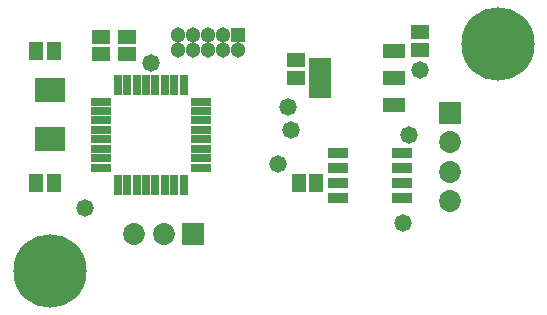
<source format=gts>
G04*
G04 #@! TF.GenerationSoftware,Altium Limited,Altium Designer,20.2.3 (150)*
G04*
G04 Layer_Color=8388736*
%FSLAX24Y24*%
%MOIN*%
G70*
G04*
G04 #@! TF.SameCoordinates,73A1D647-E0F8-48CE-BBA5-D16C20393ACE*
G04*
G04*
G04 #@! TF.FilePolarity,Negative*
G04*
G01*
G75*
%ADD22R,0.0631X0.0513*%
%ADD23R,0.0769X0.1340*%
%ADD24R,0.0769X0.0454*%
%ADD25R,0.0690X0.0356*%
%ADD26R,0.0513X0.0631*%
%ADD27R,0.0661X0.0316*%
%ADD28R,0.0316X0.0661*%
%ADD29R,0.1025X0.0828*%
%ADD30R,0.0730X0.0730*%
%ADD31C,0.0730*%
%ADD32C,0.2442*%
%ADD33C,0.0513*%
%ADD34R,0.0513X0.0513*%
%ADD35R,0.0730X0.0730*%
%ADD36C,0.0580*%
D22*
X23962Y24047D02*
D03*
Y24638D02*
D03*
X14198Y23901D02*
D03*
Y24491D02*
D03*
X19813Y23122D02*
D03*
Y23713D02*
D03*
X13320Y24494D02*
D03*
Y23903D02*
D03*
D23*
X20623Y23124D02*
D03*
D24*
X23103Y24030D02*
D03*
Y23124D02*
D03*
Y22219D02*
D03*
D25*
X21225Y20611D02*
D03*
Y20111D02*
D03*
Y19611D02*
D03*
Y19111D02*
D03*
X23370D02*
D03*
Y19611D02*
D03*
Y20111D02*
D03*
Y20611D02*
D03*
D26*
X20498Y19609D02*
D03*
X19908D02*
D03*
X11760Y24003D02*
D03*
X11169D02*
D03*
X11757Y19609D02*
D03*
X11167D02*
D03*
D27*
X13311Y22331D02*
D03*
Y22016D02*
D03*
Y21701D02*
D03*
Y21386D02*
D03*
Y21071D02*
D03*
Y20756D02*
D03*
Y20441D02*
D03*
Y20126D02*
D03*
X16648D02*
D03*
Y20441D02*
D03*
Y20756D02*
D03*
Y21071D02*
D03*
Y21386D02*
D03*
Y21701D02*
D03*
Y22016D02*
D03*
Y22331D02*
D03*
D28*
X13877Y19560D02*
D03*
X14192D02*
D03*
X14507D02*
D03*
X14822D02*
D03*
X15137D02*
D03*
X15452D02*
D03*
X15767D02*
D03*
X16082D02*
D03*
Y22897D02*
D03*
X15767D02*
D03*
X15452D02*
D03*
X15137D02*
D03*
X14822D02*
D03*
X14507D02*
D03*
X14192D02*
D03*
X13877D02*
D03*
D29*
X11611Y21097D02*
D03*
Y22711D02*
D03*
D30*
X16395Y17909D02*
D03*
D31*
X15411D02*
D03*
X14427D02*
D03*
X24939Y19008D02*
D03*
Y19992D02*
D03*
Y20976D02*
D03*
D32*
X26550Y24255D02*
D03*
X11611Y16688D02*
D03*
D33*
X15895Y24060D02*
D03*
Y24560D02*
D03*
X16395Y24060D02*
D03*
Y24560D02*
D03*
X16895Y24060D02*
D03*
Y24560D02*
D03*
X17395Y24060D02*
D03*
Y24560D02*
D03*
X17895Y24060D02*
D03*
D34*
Y24560D02*
D03*
D35*
X24939Y21961D02*
D03*
D36*
X19227Y20252D02*
D03*
X23572Y21228D02*
D03*
X19569Y22156D02*
D03*
X19666Y21375D02*
D03*
X14980Y23620D02*
D03*
X23376Y18299D02*
D03*
X23962Y23376D02*
D03*
X12783Y18787D02*
D03*
M02*

</source>
